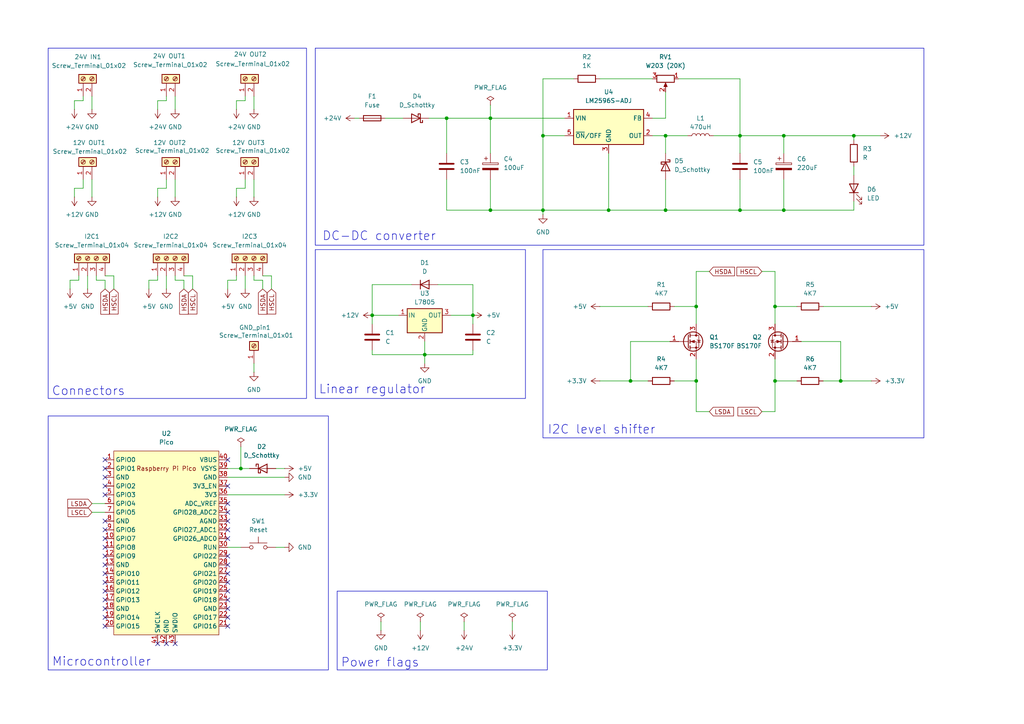
<source format=kicad_sch>
(kicad_sch (version 20231120) (generator "eeschema") (generator_version "8.0")
  (paper "A4")
  (lib_symbols
    (symbol "Connector:Screw_Terminal_01x01" (pin_names (offset 1.016) hide)
      (property "Reference" "J" (at 0 2.54 0))
      (property "Value" "Screw_Terminal_01x01" (at 0 -2.54 0))
      (symbol "Screw_Terminal_01x01_1_1"
        (rectangle (start -1.27 1.27) (end 1.27 -1.27) (stroke (width 0.254)) (fill (type background)))
        (polyline (pts (xy -0.5334 0.3302) (xy 0.3302 -0.508)) (stroke (width 0.1524)))
        (polyline (pts (xy -0.3556 0.508) (xy 0.508 -0.3302)) (stroke (width 0.1524)))
        (circle (center 0 0) (radius 0.635) (stroke (width 0.1524)))
        (pin passive line (at -5.08 0 0) (length 3.81) (name "Pin_1") (number "1"))
      )
    )
    (symbol "Connector:Screw_Terminal_01x02" (pin_names (offset 1.016) hide)
      (property "Reference" "J" (at 0 2.54 0))
      (property "Value" "Screw_Terminal_01x02" (at 0 -5.08 0))
      (symbol "Screw_Terminal_01x02_1_1"
        (rectangle (start -1.27 1.27) (end 1.27 -3.81) (stroke (width 0.254)) (fill (type background)))
        (circle (center 0 -2.54) (radius 0.635) (stroke (width 0.1524)))
        (polyline (pts (xy -0.5334 -2.2098) (xy 0.3302 -3.048)) (stroke (width 0.1524)))
        (polyline (pts (xy -0.5334 0.3302) (xy 0.3302 -0.508)) (stroke (width 0.1524)))
        (polyline (pts (xy -0.3556 -2.032) (xy 0.508 -2.8702)) (stroke (width 0.1524)))
        (polyline (pts (xy -0.3556 0.508) (xy 0.508 -0.3302)) (stroke (width 0.1524)))
        (circle (center 0 0) (radius 0.635) (stroke (width 0.1524)))
        (pin passive line (at -5.08 0 0) (length 3.81) (name "Pin_1") (number "1"))
        (pin passive line (at -5.08 -2.54 0) (length 3.81) (name "Pin_2") (number "2"))
      )
    )
    (symbol "Connector:Screw_Terminal_01x04" (pin_names (offset 1.016) hide)
      (property "Reference" "J" (at 0 5.08 0))
      (property "Value" "Screw_Terminal_01x04" (at 0 -7.62 0))
      (symbol "Screw_Terminal_01x04_1_1"
        (rectangle (start -1.27 3.81) (end 1.27 -6.35) (stroke (width 0.254)) (fill (type background)))
        (circle (center 0 -5.08) (radius 0.635) (stroke (width 0.1524)))
        (circle (center 0 -2.54) (radius 0.635) (stroke (width 0.1524)))
        (polyline (pts (xy -0.5334 -4.7498) (xy 0.3302 -5.588)) (stroke (width 0.1524)))
        (polyline (pts (xy -0.5334 -2.2098) (xy 0.3302 -3.048)) (stroke (width 0.1524)))
        (polyline (pts (xy -0.5334 0.3302) (xy 0.3302 -0.508)) (stroke (width 0.1524)))
        (polyline (pts (xy -0.5334 2.8702) (xy 0.3302 2.032)) (stroke (width 0.1524)))
        (polyline (pts (xy -0.3556 -4.572) (xy 0.508 -5.4102)) (stroke (width 0.1524)))
        (polyline (pts (xy -0.3556 -2.032) (xy 0.508 -2.8702)) (stroke (width 0.1524)))
        (polyline (pts (xy -0.3556 0.508) (xy 0.508 -0.3302)) (stroke (width 0.1524)))
        (polyline (pts (xy -0.3556 3.048) (xy 0.508 2.2098)) (stroke (width 0.1524)))
        (circle (center 0 0) (radius 0.635) (stroke (width 0.1524)))
        (circle (center 0 2.54) (radius 0.635) (stroke (width 0.1524)))
        (pin passive line (at -5.08 2.54 0) (length 3.81) (name "Pin_1") (number "1"))
        (pin passive line (at -5.08 0 0) (length 3.81) (name "Pin_2") (number "2"))
        (pin passive line (at -5.08 -2.54 0) (length 3.81) (name "Pin_3") (number "3"))
        (pin passive line (at -5.08 -5.08 0) (length 3.81) (name "Pin_4") (number "4"))
      )
    )
    (symbol "Device:C" (pin_numbers hide) (pin_names (offset 0.254))
      (property "Reference" "C" (at 0.635 2.54 0))
      (property "Value" "C" (at 0.635 -2.54 0))
      (symbol "C_0_1"
        (polyline (pts (xy -2.032 -0.762) (xy 2.032 -0.762)) (stroke (width 0.508)))
        (polyline (pts (xy -2.032 0.762) (xy 2.032 0.762)) (stroke (width 0.508)))
      )
      (symbol "C_1_1"
        (pin passive line (at 0 3.81 270) (length 2.794) (name "~") (number "1"))
        (pin passive line (at 0 -3.81 90) (length 2.794) (name "~") (number "2"))
      )
    )
    (symbol "Device:C_Polarized" (pin_numbers hide) (pin_names (offset 0.254))
      (property "Reference" "C" (at 0.635 2.54 0))
      (property "Value" "C_Polarized" (at 0.635 -2.54 0))
      (symbol "C_Polarized_0_1"
        (rectangle (start -2.286 0.508) (end 2.286 1.016))
        (polyline (pts (xy -1.778 2.286) (xy -0.762 2.286)))
        (polyline (pts (xy -1.27 2.794) (xy -1.27 1.778)))
        (rectangle (start 2.286 -0.508) (end -2.286 -1.016) (fill (type outline)))
      )
      (symbol "C_Polarized_1_1"
        (pin passive line (at 0 3.81 270) (length 2.794) (name "~") (number "1"))
        (pin passive line (at 0 -3.81 90) (length 2.794) (name "~") (number "2"))
      )
    )
    (symbol "Device:D" (pin_numbers hide) (pin_names (offset 1.016) hide)
      (property "Reference" "D" (at 0 2.54 0))
      (property "Value" "D" (at 0 -2.54 0))
      (symbol "D_0_1"
        (polyline (pts (xy -1.27 1.27) (xy -1.27 -1.27)) (stroke (width 0.254)))
        (polyline (pts (xy 1.27 0) (xy -1.27 0)))
        (polyline (pts (xy 1.27 1.27) (xy 1.27 -1.27) (xy -1.27 0) (xy 1.27 1.27)) (stroke (width 0.254)))
      )
      (symbol "D_1_1"
        (pin passive line (at -3.81 0 0) (length 2.54) (name "K") (number "1"))
        (pin passive line (at 3.81 0 180) (length 2.54) (name "A") (number "2"))
      )
    )
    (symbol "Device:D_Schottky" (pin_numbers hide) (pin_names (offset 1.016) hide)
      (property "Reference" "D" (at 0 2.54 0))
      (property "Value" "D_Schottky" (at 0 -2.54 0))
      (symbol "D_Schottky_0_1"
        (polyline (pts (xy 1.27 0) (xy -1.27 0)))
        (polyline (pts (xy 1.27 1.27) (xy 1.27 -1.27) (xy -1.27 0) (xy 1.27 1.27)) (stroke (width 0.254)))
        (polyline (pts (xy -1.905 0.635) (xy -1.905 1.27) (xy -1.27 1.27) (xy -1.27 -1.27) (xy -0.635 -1.27) (xy -0.635 -0.635)) (stroke (width 0.254)))
      )
      (symbol "D_Schottky_1_1"
        (pin passive line (at -3.81 0 0) (length 2.54) (name "K") (number "1"))
        (pin passive line (at 3.81 0 180) (length 2.54) (name "A") (number "2"))
      )
    )
    (symbol "Device:Fuse" (pin_numbers hide) (pin_names (offset 0))
      (property "Reference" "F" (at 2.032 0 90))
      (property "Value" "Fuse" (at -1.905 0 90))
      (symbol "Fuse_0_1"
        (rectangle (start -0.762 -2.54) (end 0.762 2.54) (stroke (width 0.254)))
        (polyline (pts (xy 0 2.54) (xy 0 -2.54)))
      )
      (symbol "Fuse_1_1"
        (pin passive line (at 0 3.81 270) (length 1.27) (name "~") (number "1"))
        (pin passive line (at 0 -3.81 90) (length 1.27) (name "~") (number "2"))
      )
    )
    (symbol "Device:L" (pin_numbers hide) (pin_names (offset 1.016) hide)
      (property "Reference" "L" (at -1.27 0 90))
      (property "Value" "L" (at 1.905 0 90))
      (symbol "L_0_1"
        (arc (start 0 -2.54) (mid 0.6323 -1.905) (end 0 -1.27))
        (arc (start 0 -1.27) (mid 0.6323 -0.635) (end 0 0))
        (arc (start 0 0) (mid 0.6323 0.635) (end 0 1.27))
        (arc (start 0 1.27) (mid 0.6323 1.905) (end 0 2.54))
      )
      (symbol "L_1_1"
        (pin passive line (at 0 3.81 270) (length 1.27) (name "1") (number "1"))
        (pin passive line (at 0 -3.81 90) (length 1.27) (name "2") (number "2"))
      )
    )
    (symbol "Device:LED" (pin_numbers hide) (pin_names (offset 1.016) hide)
      (property "Reference" "D" (at 0 2.54 0))
      (property "Value" "LED" (at 0 -2.54 0))
      (symbol "LED_0_1"
        (polyline (pts (xy -1.27 -1.27) (xy -1.27 1.27)) (stroke (width 0.254)))
        (polyline (pts (xy -1.27 0) (xy 1.27 0)))
        (polyline (pts (xy 1.27 -1.27) (xy 1.27 1.27) (xy -1.27 0) (xy 1.27 -1.27)) (stroke (width 0.254)))
        (polyline (pts (xy -3.048 -0.762) (xy -4.572 -2.286) (xy -3.81 -2.286) (xy -4.572 -2.286) (xy -4.572 -1.524)))
        (polyline (pts (xy -1.778 -0.762) (xy -3.302 -2.286) (xy -2.54 -2.286) (xy -3.302 -2.286) (xy -3.302 -1.524)))
      )
      (symbol "LED_1_1"
        (pin passive line (at -3.81 0 0) (length 2.54) (name "K") (number "1"))
        (pin passive line (at 3.81 0 180) (length 2.54) (name "A") (number "2"))
      )
    )
    (symbol "Device:R" (pin_numbers hide) (pin_names (offset 0))
      (property "Reference" "R" (at 2.032 0 90))
      (property "Value" "R" (at 0 0 90))
      (symbol "R_0_1"
        (rectangle (start -1.016 -2.54) (end 1.016 2.54) (stroke (width 0.254)))
      )
      (symbol "R_1_1"
        (pin passive line (at 0 3.81 270) (length 1.27) (name "~") (number "1"))
        (pin passive line (at 0 -3.81 90) (length 1.27) (name "~") (number "2"))
      )
    )
    (symbol "Device:R_Potentiometer" (pin_names (offset 1.016) hide)
      (property "Reference" "RV" (at -4.445 0 90))
      (property "Value" "R_Potentiometer" (at -2.54 0 90))
      (symbol "R_Potentiometer_0_1"
        (polyline (pts (xy 2.54 0) (xy 1.524 0)))
        (polyline (pts (xy 1.143 0) (xy 2.286 0.508) (xy 2.286 -0.508) (xy 1.143 0)) (fill (type outline)))
        (rectangle (start 1.016 2.54) (end -1.016 -2.54) (stroke (width 0.254)))
      )
      (symbol "R_Potentiometer_1_1"
        (pin passive line (at 0 3.81 270) (length 1.27) (name "1") (number "1"))
        (pin passive line (at 3.81 0 180) (length 1.27) (name "2") (number "2"))
        (pin passive line (at 0 -3.81 90) (length 1.27) (name "3") (number "3"))
      )
    )
    (symbol "MCU_RaspberryPi_and_Boards:Pico"
      (property "Reference" "U" (at -13.97 27.94 0))
      (property "Value" "Pico" (at 0 19.05 0))
      (symbol "Pico_0_0"
        (text "Raspberry Pi Pico" (at 0 21.59 0) (effects (font (size 1.27 1.27))))
      )
      (symbol "Pico_0_1"
        (rectangle (start -15.24 26.67) (end 15.24 -26.67) (fill (type background)))
      )
      (symbol "Pico_1_1"
        (pin bidirectional line (at -17.78 24.13 0) (length 2.54) (name "GPIO0") (number "1"))
        (pin bidirectional line (at -17.78 1.27 0) (length 2.54) (name "GPIO7") (number "10"))
        (pin bidirectional line (at -17.78 -1.27 0) (length 2.54) (name "GPIO8") (number "11"))
        (pin bidirectional line (at -17.78 -3.81 0) (length 2.54) (name "GPIO9") (number "12"))
        (pin power_in line (at -17.78 -6.35 0) (length 2.54) (name "GND") (number "13"))
        (pin bidirectional line (at -17.78 -8.89 0) (length 2.54) (name "GPIO10") (number "14"))
        (pin bidirectional line (at -17.78 -11.43 0) (length 2.54) (name "GPIO11") (number "15"))
        (pin bidirectional line (at -17.78 -13.97 0) (length 2.54) (name "GPIO12") (number "16"))
        (pin bidirectional line (at -17.78 -16.51 0) (length 2.54) (name "GPIO13") (number "17"))
        (pin power_in line (at -17.78 -19.05 0) (length 2.54) (name "GND") (number "18"))
        (pin bidirectional line (at -17.78 -21.59 0) (length 2.54) (name "GPIO14") (number "19"))
        (pin bidirectional line (at -17.78 21.59 0) (length 2.54) (name "GPIO1") (number "2"))
        (pin bidirectional line (at -17.78 -24.13 0) (length 2.54) (name "GPIO15") (number "20"))
        (pin bidirectional line (at 17.78 -24.13 180) (length 2.54) (name "GPIO16") (number "21"))
        (pin bidirectional line (at 17.78 -21.59 180) (length 2.54) (name "GPIO17") (number "22"))
        (pin power_in line (at 17.78 -19.05 180) (length 2.54) (name "GND") (number "23"))
        (pin bidirectional line (at 17.78 -16.51 180) (length 2.54) (name "GPIO18") (number "24"))
        (pin bidirectional line (at 17.78 -13.97 180) (length 2.54) (name "GPIO19") (number "25"))
        (pin bidirectional line (at 17.78 -11.43 180) (length 2.54) (name "GPIO20") (number "26"))
        (pin bidirectional line (at 17.78 -8.89 180) (length 2.54) (name "GPIO21") (number "27"))
        (pin power_in line (at 17.78 -6.35 180) (length 2.54) (name "GND") (number "28"))
        (pin bidirectional line (at 17.78 -3.81 180) (length 2.54) (name "GPIO22") (number "29"))
        (pin power_in line (at -17.78 19.05 0) (length 2.54) (name "GND") (number "3"))
        (pin input line (at 17.78 -1.27 180) (length 2.54) (name "RUN") (number "30"))
        (pin bidirectional line (at 17.78 1.27 180) (length 2.54) (name "GPIO26_ADC0") (number "31"))
        (pin bidirectional line (at 17.78 3.81 180) (length 2.54) (name "GPIO27_ADC1") (number "32"))
        (pin power_in line (at 17.78 6.35 180) (length 2.54) (name "AGND") (number "33"))
        (pin bidirectional line (at 17.78 8.89 180) (length 2.54) (name "GPIO28_ADC2") (number "34"))
        (pin power_in line (at 17.78 11.43 180) (length 2.54) (name "ADC_VREF") (number "35"))
        (pin power_in line (at 17.78 13.97 180) (length 2.54) (name "3V3") (number "36"))
        (pin input line (at 17.78 16.51 180) (length 2.54) (name "3V3_EN") (number "37"))
        (pin bidirectional line (at 17.78 19.05 180) (length 2.54) (name "GND") (number "38"))
        (pin power_in line (at 17.78 21.59 180) (length 2.54) (name "VSYS") (number "39"))
        (pin bidirectional line (at -17.78 16.51 0) (length 2.54) (name "GPIO2") (number "4"))
        (pin power_in line (at 17.78 24.13 180) (length 2.54) (name "VBUS") (number "40"))
        (pin input line (at -2.54 -29.21 90) (length 2.54) (name "SWCLK") (number "41"))
        (pin power_in line (at 0 -29.21 90) (length 2.54) (name "GND") (number "42"))
        (pin bidirectional line (at 2.54 -29.21 90) (length 2.54) (name "SWDIO") (number "43"))
        (pin bidirectional line (at -17.78 13.97 0) (length 2.54) (name "GPIO3") (number "5"))
        (pin bidirectional line (at -17.78 11.43 0) (length 2.54) (name "GPIO4") (number "6"))
        (pin bidirectional line (at -17.78 8.89 0) (length 2.54) (name "GPIO5") (number "7"))
        (pin power_in line (at -17.78 6.35 0) (length 2.54) (name "GND") (number "8"))
        (pin bidirectional line (at -17.78 3.81 0) (length 2.54) (name "GPIO6") (number "9"))
      )
    )
    (symbol "Regulator_Linear:L7805" (pin_names (offset 0.254))
      (property "Reference" "U" (at -3.81 3.175 0))
      (property "Value" "L7805" (at 0 3.175 0))
      (symbol "L7805_0_1"
        (rectangle (start -5.08 1.905) (end 5.08 -5.08) (stroke (width 0.254)) (fill (type background)))
      )
      (symbol "L7805_1_1"
        (pin power_in line (at -7.62 0 0) (length 2.54) (name "IN") (number "1"))
        (pin power_in line (at 0 -7.62 90) (length 2.54) (name "GND") (number "2"))
        (pin power_out line (at 7.62 0 180) (length 2.54) (name "OUT") (number "3"))
      )
    )
    (symbol "Regulator_Switching:LM2596S-ADJ"
      (property "Reference" "U" (at -10.16 6.35 0))
      (property "Value" "LM2596S-ADJ" (at 0 6.35 0))
      (symbol "LM2596S-ADJ_0_1"
        (rectangle (start -10.16 5.08) (end 10.16 -5.08) (stroke (width 0.254)) (fill (type background)))
      )
      (symbol "LM2596S-ADJ_1_1"
        (pin power_in line (at -12.7 2.54 0) (length 2.54) (name "VIN") (number "1"))
        (pin output line (at 12.7 -2.54 180) (length 2.54) (name "OUT") (number "2"))
        (pin power_in line (at 0 -7.62 90) (length 2.54) (name "GND") (number "3"))
        (pin input line (at 12.7 2.54 180) (length 2.54) (name "FB") (number "4"))
        (pin input line (at -12.7 -2.54 0) (length 2.54) (name "~{ON}/OFF") (number "5"))
      )
    )
    (symbol "Switch:SW_Push" (pin_numbers hide) (pin_names (offset 1.016) hide)
      (property "Reference" "SW" (at 1.27 2.54 0))
      (property "Value" "SW_Push" (at 0 -1.524 0))
      (symbol "SW_Push_0_1"
        (circle (center -2.032 0) (radius 0.508))
        (polyline (pts (xy 0 1.27) (xy 0 3.048)))
        (polyline (pts (xy 2.54 1.27) (xy -2.54 1.27)))
        (circle (center 2.032 0) (radius 0.508))
        (pin passive line (at -5.08 0 0) (length 2.54) (name "1") (number "1"))
        (pin passive line (at 5.08 0 180) (length 2.54) (name "2") (number "2"))
      )
    )
    (symbol "Transistor_FET:BS170F" (pin_names hide)
      (property "Reference" "Q" (at 5.08 1.905 0))
      (property "Value" "BS170F" (at 5.08 0 0))
      (symbol "BS170F_0_1"
        (polyline (pts (xy 0.254 0) (xy -2.54 0)))
        (polyline (pts (xy 0.254 1.905) (xy 0.254 -1.905)) (stroke (width 0.254)))
        (polyline (pts (xy 0.762 -1.27) (xy 0.762 -2.286)) (stroke (width 0.254)))
        (polyline (pts (xy 0.762 0.508) (xy 0.762 -0.508)) (stroke (width 0.254)))
        (polyline (pts (xy 0.762 2.286) (xy 0.762 1.27)) (stroke (width 0.254)))
        (polyline (pts (xy 2.54 2.54) (xy 2.54 1.778)))
        (polyline (pts (xy 2.54 -2.54) (xy 2.54 0) (xy 0.762 0)))
        (polyline (pts (xy 0.762 -1.778) (xy 3.302 -1.778) (xy 3.302 1.778) (xy 0.762 1.778)))
        (polyline (pts (xy 1.016 0) (xy 2.032 0.381) (xy 2.032 -0.381) (xy 1.016 0)) (fill (type outline)))
        (polyline (pts (xy 2.794 0.508) (xy 2.921 0.381) (xy 3.683 0.381) (xy 3.81 0.254)))
        (polyline (pts (xy 3.302 0.381) (xy 2.921 -0.254) (xy 3.683 -0.254) (xy 3.302 0.381)))
        (circle (center 1.651 0) (radius 2.794) (stroke (width 0.254)))
        (circle (center 2.54 -1.778) (radius 0.254) (fill (type outline)))
        (circle (center 2.54 1.778) (radius 0.254) (fill (type outline)))
      )
      (symbol "BS170F_1_1"
        (pin input line (at -5.08 0 0) (length 2.54) (name "G") (number "1"))
        (pin passive line (at 2.54 -5.08 90) (length 2.54) (name "S") (number "2"))
        (pin passive line (at 2.54 5.08 270) (length 2.54) (name "D") (number "3"))
      )
    )
    (symbol "power:+12V" (power) (pin_numbers hide) (pin_names (offset 0) hide)
      (property "Value" "+12V" (at 0 3.556 0))
      (symbol "+12V_0_1"
        (polyline (pts (xy -0.762 1.27) (xy 0 2.54)))
        (polyline (pts (xy 0 0) (xy 0 2.54)))
        (polyline (pts (xy 0 2.54) (xy 0.762 1.27)))
      )
      (symbol "+12V_1_1"
        (pin power_in line (at 0 0 90) (length 0) (name "~") (number "1"))
      )
    )
    (symbol "power:+24V" (power) (pin_numbers hide) (pin_names (offset 0) hide)
      (property "Value" "+24V" (at 0 3.556 0))
      (symbol "+24V_0_1"
        (polyline (pts (xy -0.762 1.27) (xy 0 2.54)))
        (polyline (pts (xy 0 0) (xy 0 2.54)))
        (polyline (pts (xy 0 2.54) (xy 0.762 1.27)))
      )
      (symbol "+24V_1_1"
        (pin power_in line (at 0 0 90) (length 0) (name "~") (number "1"))
      )
    )
    (symbol "power:+3.3V" (power) (pin_numbers hide) (pin_names (offset 0) hide)
      (property "Value" "+3.3V" (at 0 3.556 0))
      (symbol "+3.3V_0_1"
        (polyline (pts (xy -0.762 1.27) (xy 0 2.54)))
        (polyline (pts (xy 0 0) (xy 0 2.54)))
        (polyline (pts (xy 0 2.54) (xy 0.762 1.27)))
      )
      (symbol "+3.3V_1_1"
        (pin power_in line (at 0 0 90) (length 0) (name "~") (number "1"))
      )
    )
    (symbol "power:+5V" (power) (pin_numbers hide) (pin_names (offset 0) hide)
      (property "Value" "+5V" (at 0 3.556 0))
      (symbol "+5V_0_1"
        (polyline (pts (xy -0.762 1.27) (xy 0 2.54)))
        (polyline (pts (xy 0 0) (xy 0 2.54)))
        (polyline (pts (xy 0 2.54) (xy 0.762 1.27)))
      )
      (symbol "+5V_1_1"
        (pin power_in line (at 0 0 90) (length 0) (name "~") (number "1"))
      )
    )
    (symbol "power:GND" (power) (pin_numbers hide) (pin_names (offset 0) hide)
      (property "Value" "GND" (at 0 -3.81 0))
      (symbol "GND_0_1"
        (polyline (pts (xy 0 0) (xy 0 -1.27) (xy 1.27 -1.27) (xy 0 -2.54) (xy -1.27 -1.27) (xy 0 -1.27)))
      )
      (symbol "GND_1_1"
        (pin power_in line (at 0 0 270) (length 0) (name "~") (number "1"))
      )
    )
    (symbol "power:PWR_FLAG" (power) (pin_numbers hide) (pin_names (offset 0) hide)
      (property "Value" "PWR_FLAG" (at 0 3.81 0))
      (symbol "PWR_FLAG_0_0"
        (pin power_out line (at 0 0 90) (length 0) (name "~") (number "1"))
      )
      (symbol "PWR_FLAG_0_1"
        (polyline (pts (xy 0 0) (xy 0 1.27) (xy -1.016 1.905) (xy 0 2.54) (xy 1.016 1.905) (xy 0 1.27)))
      )
    )
  )
  (junction (at 227.33 39.37))
  (junction (at 142.24 34.29))
  (junction (at 224.79 88.9))
  (junction (at 142.24 60.96))
  (junction (at 182.88 110.49))
  (junction (at 193.04 39.37))
  (junction (at 247.65 39.37))
  (junction (at 137.16 91.44))
  (junction (at 176.53 60.96))
  (junction (at 69.85 135.89))
  (junction (at 129.54 34.29))
  (junction (at 107.95 91.44))
  (junction (at 243.84 110.49))
  (junction (at 193.04 60.96))
  (junction (at 157.48 39.37))
  (junction (at 224.79 110.49))
  (junction (at 214.63 60.96))
  (junction (at 227.33 60.96))
  (junction (at 123.19 102.87))
  (junction (at 214.63 39.37))
  (junction (at 157.48 60.96))
  (junction (at 201.93 88.9))
  (junction (at 201.93 110.49))
  (no_connect (at 66.04 146.05))
  (no_connect (at 66.04 176.53))
  (no_connect (at 66.04 156.21))
  (no_connect (at 30.48 158.75))
  (no_connect (at 66.04 151.13))
  (no_connect (at 30.48 161.29))
  (no_connect (at 48.26 186.69))
  (no_connect (at 30.48 138.43))
  (no_connect (at 66.04 133.35))
  (no_connect (at 66.04 168.91))
  (no_connect (at 30.48 135.89))
  (no_connect (at 66.04 171.45))
  (no_connect (at 45.72 186.69))
  (no_connect (at 66.04 148.59))
  (no_connect (at 30.48 151.13))
  (no_connect (at 30.48 173.99))
  (no_connect (at 66.04 166.37))
  (no_connect (at 66.04 163.83))
  (no_connect (at 30.48 168.91))
  (no_connect (at 66.04 153.67))
  (no_connect (at 66.04 140.97))
  (no_connect (at 30.48 179.07))
  (no_connect (at 30.48 140.97))
  (no_connect (at 30.48 163.83))
  (no_connect (at 30.48 171.45))
  (no_connect (at 30.48 143.51))
  (no_connect (at 30.48 156.21))
  (no_connect (at 66.04 161.29))
  (no_connect (at 66.04 179.07))
  (no_connect (at 66.04 181.61))
  (no_connect (at 30.48 176.53))
  (no_connect (at 30.48 166.37))
  (no_connect (at 30.48 153.67))
  (no_connect (at 66.04 173.99))
  (no_connect (at 30.48 133.35))
  (no_connect (at 30.48 181.61))
  (no_connect (at 50.8 186.69))
  (wire (pts (xy 68.58 81.28) (xy 68.58 80.01)))
  (wire (pts (xy 166.37 22.86) (xy 157.48 22.86)))
  (wire (pts (xy 195.58 88.9) (xy 201.93 88.9)))
  (wire (pts (xy 119.38 82.55) (xy 107.95 82.55)))
  (wire (pts (xy 157.48 22.86) (xy 157.48 39.37)))
  (wire (pts (xy 173.99 110.49) (xy 182.88 110.49)))
  (wire (pts (xy 214.63 22.86) (xy 214.63 39.37)))
  (wire (pts (xy 214.63 39.37) (xy 207.01 39.37)))
  (wire (pts (xy 224.79 88.9) (xy 224.79 93.98)))
  (wire (pts (xy 26.67 52.07) (xy 26.67 57.15)))
  (wire (pts (xy 247.65 39.37) (xy 255.27 39.37)))
  (wire (pts (xy 142.24 30.48) (xy 142.24 34.29)))
  (wire (pts (xy 247.65 58.42) (xy 247.65 60.96)))
  (wire (pts (xy 48.26 54.61) (xy 48.26 52.07)))
  (wire (pts (xy 20.32 81.28) (xy 22.86 81.28)))
  (wire (pts (xy 45.72 81.28) (xy 45.72 80.01)))
  (wire (pts (xy 193.04 39.37) (xy 193.04 44.45)))
  (wire (pts (xy 130.81 91.44) (xy 137.16 91.44)))
  (wire (pts (xy 71.12 83.82) (xy 71.12 80.01)))
  (wire (pts (xy 110.49 180.34) (xy 110.49 182.88)))
  (wire (pts (xy 157.48 39.37) (xy 157.48 60.96)))
  (wire (pts (xy 224.79 104.14) (xy 224.79 110.49)))
  (wire (pts (xy 66.04 81.28) (xy 66.04 83.82)))
  (wire (pts (xy 53.34 81.28) (xy 50.8 81.28)))
  (wire (pts (xy 205.74 78.74) (xy 201.93 78.74)))
  (wire (pts (xy 73.66 81.28) (xy 73.66 80.01)))
  (wire (pts (xy 123.19 105.41) (xy 123.19 102.87)))
  (wire (pts (xy 231.14 110.49) (xy 224.79 110.49)))
  (wire (pts (xy 201.93 119.38) (xy 201.93 110.49)))
  (wire (pts (xy 231.14 88.9) (xy 224.79 88.9)))
  (wire (pts (xy 33.02 80.01) (xy 33.02 83.82)))
  (wire (pts (xy 220.98 119.38) (xy 224.79 119.38)))
  (wire (pts (xy 21.59 54.61) (xy 24.13 54.61)))
  (wire (pts (xy 22.86 81.28) (xy 22.86 80.01)))
  (wire (pts (xy 50.8 52.07) (xy 50.8 57.15)))
  (wire (pts (xy 53.34 81.28) (xy 53.34 83.82)))
  (wire (pts (xy 68.58 29.21) (xy 71.12 29.21)))
  (wire (pts (xy 227.33 39.37) (xy 227.33 44.45)))
  (wire (pts (xy 50.8 27.94) (xy 50.8 31.75)))
  (wire (pts (xy 243.84 110.49) (xy 238.76 110.49)))
  (wire (pts (xy 27.94 81.28) (xy 27.94 80.01)))
  (wire (pts (xy 193.04 52.07) (xy 193.04 60.96)))
  (wire (pts (xy 232.41 99.06) (xy 243.84 99.06)))
  (wire (pts (xy 214.63 44.45) (xy 214.63 39.37)))
  (wire (pts (xy 137.16 91.44) (xy 137.16 82.55)))
  (wire (pts (xy 30.48 81.28) (xy 27.94 81.28)))
  (wire (pts (xy 66.04 135.89) (xy 69.85 135.89)))
  (wire (pts (xy 205.74 119.38) (xy 201.93 119.38)))
  (wire (pts (xy 252.73 110.49) (xy 243.84 110.49)))
  (wire (pts (xy 129.54 34.29) (xy 142.24 34.29)))
  (wire (pts (xy 73.66 27.94) (xy 73.66 31.75)))
  (wire (pts (xy 176.53 60.96) (xy 157.48 60.96)))
  (wire (pts (xy 214.63 39.37) (xy 227.33 39.37)))
  (wire (pts (xy 69.85 129.54) (xy 69.85 135.89)))
  (wire (pts (xy 20.32 81.28) (xy 20.32 83.82)))
  (wire (pts (xy 80.01 135.89) (xy 82.55 135.89)))
  (wire (pts (xy 173.99 88.9) (xy 187.96 88.9)))
  (wire (pts (xy 26.67 146.05) (xy 30.48 146.05)))
  (wire (pts (xy 45.72 29.21) (xy 45.72 31.75)))
  (wire (pts (xy 68.58 57.15) (xy 68.58 54.61)))
  (wire (pts (xy 201.93 104.14) (xy 201.93 110.49)))
  (wire (pts (xy 157.48 60.96) (xy 157.48 62.23)))
  (wire (pts (xy 137.16 82.55) (xy 127 82.55)))
  (wire (pts (xy 26.67 27.94) (xy 26.67 31.75)))
  (wire (pts (xy 220.98 78.74) (xy 224.79 78.74)))
  (wire (pts (xy 50.8 81.28) (xy 50.8 80.01)))
  (wire (pts (xy 43.18 81.28) (xy 43.18 83.82)))
  (wire (pts (xy 107.95 102.87) (xy 107.95 101.6)))
  (wire (pts (xy 55.88 80.01) (xy 53.34 80.01)))
  (wire (pts (xy 24.13 29.21) (xy 21.59 29.21)))
  (wire (pts (xy 227.33 60.96) (xy 247.65 60.96)))
  (wire (pts (xy 142.24 60.96) (xy 157.48 60.96)))
  (wire (pts (xy 68.58 29.21) (xy 68.58 31.75)))
  (wire (pts (xy 123.19 102.87) (xy 137.16 102.87)))
  (wire (pts (xy 33.02 80.01) (xy 30.48 80.01)))
  (wire (pts (xy 157.48 39.37) (xy 163.83 39.37)))
  (wire (pts (xy 48.26 27.94) (xy 48.26 29.21)))
  (wire (pts (xy 71.12 29.21) (xy 71.12 27.94)))
  (wire (pts (xy 78.74 80.01) (xy 78.74 83.82)))
  (wire (pts (xy 193.04 39.37) (xy 199.39 39.37)))
  (wire (pts (xy 78.74 80.01) (xy 76.2 80.01)))
  (wire (pts (xy 107.95 82.55) (xy 107.95 91.44)))
  (wire (pts (xy 121.92 180.34) (xy 121.92 182.88)))
  (wire (pts (xy 102.87 34.29) (xy 104.14 34.29)))
  (wire (pts (xy 193.04 60.96) (xy 214.63 60.96)))
  (wire (pts (xy 115.57 91.44) (xy 107.95 91.44)))
  (wire (pts (xy 224.79 119.38) (xy 224.79 110.49)))
  (wire (pts (xy 48.26 83.82) (xy 48.26 80.01)))
  (wire (pts (xy 123.19 99.06) (xy 123.19 102.87)))
  (wire (pts (xy 227.33 52.07) (xy 227.33 60.96)))
  (wire (pts (xy 193.04 34.29) (xy 189.23 34.29)))
  (wire (pts (xy 142.24 34.29) (xy 142.24 44.45)))
  (wire (pts (xy 148.59 180.34) (xy 148.59 182.88)))
  (wire (pts (xy 21.59 57.15) (xy 21.59 54.61)))
  (wire (pts (xy 129.54 60.96) (xy 142.24 60.96)))
  (wire (pts (xy 173.99 22.86) (xy 189.23 22.86)))
  (wire (pts (xy 76.2 81.28) (xy 76.2 83.82)))
  (wire (pts (xy 224.79 78.74) (xy 224.79 88.9)))
  (wire (pts (xy 71.12 54.61) (xy 71.12 52.07)))
  (wire (pts (xy 73.66 52.07) (xy 73.66 57.15)))
  (wire (pts (xy 26.67 148.59) (xy 30.48 148.59)))
  (wire (pts (xy 142.24 52.07) (xy 142.24 60.96)))
  (wire (pts (xy 201.93 88.9) (xy 201.93 93.98)))
  (wire (pts (xy 193.04 26.67) (xy 193.04 34.29)))
  (wire (pts (xy 137.16 102.87) (xy 137.16 101.6)))
  (wire (pts (xy 214.63 60.96) (xy 227.33 60.96)))
  (wire (pts (xy 76.2 81.28) (xy 73.66 81.28)))
  (wire (pts (xy 247.65 40.64) (xy 247.65 39.37)))
  (wire (pts (xy 111.76 34.29) (xy 116.84 34.29)))
  (wire (pts (xy 176.53 60.96) (xy 193.04 60.96)))
  (wire (pts (xy 69.85 158.75) (xy 66.04 158.75)))
  (wire (pts (xy 129.54 34.29) (xy 129.54 44.45)))
  (wire (pts (xy 43.18 81.28) (xy 45.72 81.28)))
  (wire (pts (xy 124.46 34.29) (xy 129.54 34.29)))
  (wire (pts (xy 189.23 39.37) (xy 193.04 39.37)))
  (wire (pts (xy 45.72 54.61) (xy 48.26 54.61)))
  (wire (pts (xy 252.73 88.9) (xy 238.76 88.9)))
  (wire (pts (xy 24.13 27.94) (xy 24.13 29.21)))
  (wire (pts (xy 21.59 29.21) (xy 21.59 31.75)))
  (wire (pts (xy 176.53 44.45) (xy 176.53 60.96)))
  (wire (pts (xy 227.33 39.37) (xy 247.65 39.37)))
  (wire (pts (xy 196.85 22.86) (xy 214.63 22.86)))
  (wire (pts (xy 247.65 48.26) (xy 247.65 50.8)))
  (wire (pts (xy 107.95 102.87) (xy 123.19 102.87)))
  (wire (pts (xy 134.62 182.88) (xy 134.62 180.34)))
  (wire (pts (xy 30.48 81.28) (xy 30.48 83.82)))
  (wire (pts (xy 55.88 80.01) (xy 55.88 83.82)))
  (wire (pts (xy 182.88 99.06) (xy 182.88 110.49)))
  (wire (pts (xy 45.72 57.15) (xy 45.72 54.61)))
  (wire (pts (xy 194.31 99.06) (xy 182.88 99.06)))
  (wire (pts (xy 201.93 78.74) (xy 201.93 88.9)))
  (wire (pts (xy 24.13 54.61) (xy 24.13 52.07)))
  (wire (pts (xy 73.66 105.41) (xy 73.66 107.95)))
  (wire (pts (xy 66.04 81.28) (xy 68.58 81.28)))
  (wire (pts (xy 48.26 29.21) (xy 45.72 29.21)))
  (wire (pts (xy 107.95 91.44) (xy 107.95 93.98)))
  (wire (pts (xy 25.4 83.82) (xy 25.4 80.01)))
  (wire (pts (xy 214.63 52.07) (xy 214.63 60.96)))
  (wire (pts (xy 66.04 138.43) (xy 82.55 138.43)))
  (wire (pts (xy 243.84 99.06) (xy 243.84 110.49)))
  (wire (pts (xy 69.85 135.89) (xy 72.39 135.89)))
  (wire (pts (xy 66.04 143.51) (xy 82.55 143.51)))
  (wire (pts (xy 142.24 34.29) (xy 163.83 34.29)))
  (wire (pts (xy 195.58 110.49) (xy 201.93 110.49)))
  (wire (pts (xy 80.01 158.75) (xy 82.55 158.75)))
  (wire (pts (xy 129.54 52.07) (xy 129.54 60.96)))
  (wire (pts (xy 68.58 54.61) (xy 71.12 54.61)))
  (wire (pts (xy 182.88 110.49) (xy 187.96 110.49)))
  (wire (pts (xy 137.16 93.98) (xy 137.16 91.44)))
  (rectangle (start 91.44 72.39) (end 152.4 115.57))
  (rectangle (start 97.79 171.45) (end 158.75 194.31))
  (rectangle (start 13.97 120.65) (end 95.25 194.31))
  (rectangle (start 91.44 13.97) (end 267.97 71.12))
  (rectangle (start 13.97 13.97) (end 88.9 115.57))
  (rectangle (start 157.48 72.39) (end 267.97 127))
  (text "Microcontroller\n" (at 29.464 192.024 0) (effects (font (size 2.54 2.54))))
  (text "I2C level shifter" (at 174.498 124.714 0) (effects (font (size 2.54 2.54))))
  (text "Connectors" (at 25.654 113.538 0) (effects (font (size 2.54 2.54))))
  (text "DC-DC converter" (at 109.982 68.58 0) (effects (font (size 2.54 2.54))))
  (text "Linear regulator" (at 107.95 113.03 0) (effects (font (size 2.54 2.54))))
  (text "Power flags\n" (at 110.236 192.278 0) (effects (font (size 2.54 2.54))))
  (global_label "LSDA" (shape input) (at 26.67 146.05 180) (property "Intersheetrefs" "${INTERSHEET_REFS}" (effects (hide yes))))
  (global_label "LSDA" (shape input) (at 205.74 119.38 0) (property "Intersheetrefs" "${INTERSHEET_REFS}" (effects (hide yes))))
  (global_label "LSCL" (shape input) (at 26.67 148.59 180) (property "Intersheetrefs" "${INTERSHEET_REFS}" (effects (hide yes))))
  (global_label "LSCL" (shape input) (at 220.98 119.38 180) (property "Intersheetrefs" "${INTERSHEET_REFS}" (effects (hide yes))))
  (global_label "HSDA" (shape input) (at 30.48 83.82 270) (property "Intersheetrefs" "${INTERSHEET_REFS}" (effects (hide yes))))
  (global_label "HSDA" (shape input) (at 205.74 78.74 0) (property "Intersheetrefs" "${INTERSHEET_REFS}" (effects (hide yes))))
  (global_label "HSCL" (shape input) (at 55.88 83.82 270) (property "Intersheetrefs" "${INTERSHEET_REFS}" (effects (hide yes))))
  (global_label "HSCL" (shape input) (at 78.74 83.82 270) (property "Intersheetrefs" "${INTERSHEET_REFS}" (effects (hide yes))))
  (global_label "HSCL" (shape input) (at 220.98 78.74 180) (property "Intersheetrefs" "${INTERSHEET_REFS}" (effects (hide yes))))
  (global_label "HSCL" (shape input) (at 33.02 83.82 270) (property "Intersheetrefs" "${INTERSHEET_REFS}" (effects (hide yes))))
  (global_label "HSDA" (shape input) (at 53.34 83.82 270) (property "Intersheetrefs" "${INTERSHEET_REFS}" (effects (hide yes))))
  (global_label "HSDA" (shape input) (at 76.2 83.82 270) (property "Intersheetrefs" "${INTERSHEET_REFS}" (effects (hide yes))))
  (symbol (lib_id "power:+3.3V") (at 148.59 182.88 180) (unit 1)
    (property "Reference" "#PWR07" (effects (hide yes)))
    (property "Value" "+3.3V" (at 148.59 187.96 0))
    (property "Description" "Power symbol creates a global label with name \"+3.3V\"" (effects (hide yes)))
  )
  (symbol (lib_id "Connector:Screw_Terminal_01x02") (at 24.13 46.99 90) (unit 1)
    (property "Reference" "12V OUT1" (at 21.082 41.402 90) (effects (justify right)))
    (property "Value" "Screw_Terminal_01x02" (at 15.24 43.942 90) (effects (justify right)))
    (property "Footprint" "Connector_AMASS:AMASS_XT60-M_1x02_P7.20mm_Vertical" (effects (hide yes)))
    (property "Description" "Generic screw terminal, single row, 01x02, script generated (kicad-library-utils/schlib/autogen/connector/)" (effects (hide yes)))
  )
  (symbol (lib_id "power:+3.3V") (at 173.99 110.49 90) (unit 1)
    (property "Reference" "#PWR033" (effects (hide yes)))
    (property "Value" "+3.3V" (at 170.18 110.4899 90) (effects (justify left)))
    (property "Description" "Power symbol creates a global label with name \"+3.3V\"" (effects (hide yes)))
  )
  (symbol (lib_id "power:+12V") (at 121.92 182.88 180) (unit 1)
    (property "Reference" "#PWR036" (effects (hide yes)))
    (property "Value" "+12V" (at 121.92 187.96 0))
    (property "Description" "Power symbol creates a global label with name \"+12V\"" (effects (hide yes)))
  )
  (symbol (lib_id "Device:C") (at 107.95 97.79 0) (unit 1)
    (property "Reference" "C1" (at 111.76 96.5199 0) (effects (justify left)))
    (property "Value" "C" (at 111.76 99.0599 0) (effects (justify left)))
    (property "Footprint" "Capacitor_SMD:C_1206_3216Metric_Pad1.33x1.80mm_HandSolder" (effects (hide yes)))
    (property "Description" "Unpolarized capacitor" (effects (hide yes)))
  )
  (symbol (lib_id "Device:C_Polarized") (at 227.33 48.26 0) (unit 1)
    (property "Reference" "C6" (at 231.14 46.1009 0) (effects (justify left)))
    (property "Value" "220uF" (at 231.14 48.6409 0) (effects (justify left)))
    (property "Footprint" "Capacitor_SMD:CP_Elec_8x10" (effects (hide yes)))
    (property "Description" "Polarized capacitor" (effects (hide yes)))
  )
  (symbol (lib_id "Transistor_FET:BS170F") (at 227.33 99.06 0) (mirror y) (unit 1)
    (property "Reference" "Q2" (at 220.98 97.7899 0) (effects (justify left)))
    (property "Value" "BS170F" (at 220.98 100.3299 0) (effects (justify left)))
    (property "Footprint" "Package_TO_SOT_SMD:SOT-23" (effects (hide yes)))
    (property "Datasheet" "http://www.diodes.com/assets/Datasheets/BS170F.pdf" (effects (hide yes)))
    (property "Description" "0.15A Id, 60V Vds, N-Channel MOSFET, SOT-23" (effects (hide yes)))
  )
  (symbol (lib_id "power:+5V") (at 252.73 88.9 270) (unit 1)
    (property "Reference" "#PWR032" (effects (hide yes)))
    (property "Value" "+5V" (at 256.54 88.8999 90) (effects (justify left)))
    (property "Description" "Power symbol creates a global label with name \"+5V\"" (effects (hide yes)))
  )
  (symbol (lib_id "Device:Fuse") (at 107.95 34.29 90) (unit 1)
    (property "Reference" "F1" (at 107.95 27.94 90))
    (property "Value" "Fuse" (at 107.95 30.48 90))
    (property "Footprint" "Fuse:Fuseholder_Littelfuse_100_series_5x20mm" (effects (hide yes)))
    (property "Description" "Fuse" (effects (hide yes)))
  )
  (symbol (lib_id "Connector:Screw_Terminal_01x02") (at 71.12 22.86 90) (unit 1)
    (property "Reference" "24V OUT2" (at 67.818 15.748 90) (effects (justify right)))
    (property "Value" "Screw_Terminal_01x02" (at 62.484 18.542 90) (effects (justify right)))
    (property "Footprint" "T-DEAN-libs:DEANS" (effects (hide yes)))
    (property "Description" "Generic screw terminal, single row, 01x02, script generated (kicad-library-utils/schlib/autogen/connector/)" (effects (hide yes)))
  )
  (symbol (lib_id "power:+5V") (at 43.18 83.82 180) (unit 1)
    (property "Reference" "#PWR027" (effects (hide yes)))
    (property "Value" "+5V" (at 43.18 88.9 0))
    (property "Description" "Power symbol creates a global label with name \"+5V\"" (effects (hide yes)))
  )
  (symbol (lib_id "power:+3.3V") (at 82.55 143.51 270) (unit 1)
    (property "Reference" "#PWR04" (effects (hide yes)))
    (property "Value" "+3.3V" (at 86.36 143.5099 90) (effects (justify left)))
    (property "Description" "Power symbol creates a global label with name \"+3.3V\"" (effects (hide yes)))
  )
  (symbol (lib_id "Device:LED") (at 247.65 54.61 90) (unit 1)
    (property "Reference" "D6" (at 251.46 54.9274 90) (effects (justify right)))
    (property "Value" "LED" (at 251.46 57.4674 90) (effects (justify right)))
    (property "Footprint" "Diode_SMD:D_1206_3216Metric_Pad1.42x1.75mm_HandSolder" (effects (hide yes)))
    (property "Description" "Light emitting diode" (effects (hide yes)))
  )
  (symbol (lib_id "power:+12V") (at 107.95 91.44 90) (unit 1)
    (property "Reference" "#PWR02" (effects (hide yes)))
    (property "Value" "+12V" (at 104.14 91.4399 90) (effects (justify left)))
    (property "Description" "Power symbol creates a global label with name \"+12V\"" (effects (hide yes)))
  )
  (symbol (lib_id "Device:R_Potentiometer") (at 193.04 22.86 270) (unit 1)
    (property "Reference" "RV1" (at 193.04 16.51 90))
    (property "Value" "W203 (20K)" (at 193.04 19.05 90))
    (property "Footprint" "Potentiometer_THT:Potentiometer_Bourns_3296W_Vertical" (effects (hide yes)))
    (property "Description" "Potentiometer" (effects (hide yes)))
  )
  (symbol (lib_id "power:GND") (at 73.66 107.95 0) (unit 1)
    (property "Reference" "#PWR035" (effects (hide yes)))
    (property "Value" "GND" (at 73.66 113.03 0))
    (property "Description" "Power symbol creates a global label with name \"GND\" , ground" (effects (hide yes)))
  )
  (symbol (lib_id "power:GND") (at 26.67 31.75 0) (unit 1)
    (property "Reference" "#PWR08" (effects (hide yes)))
    (property "Value" "GND" (at 26.67 36.83 0))
    (property "Description" "Power symbol creates a global label with name \"GND\" , ground" (effects (hide yes)))
  )
  (symbol (lib_id "power:GND") (at 110.49 182.88 0) (unit 1)
    (property "Reference" "#PWR037" (effects (hide yes)))
    (property "Value" "GND" (at 110.49 187.96 0))
    (property "Description" "Power symbol creates a global label with name \"GND\" , ground" (effects (hide yes)))
  )
  (symbol (lib_id "power:+5V") (at 173.99 88.9 90) (unit 1)
    (property "Reference" "#PWR031" (effects (hide yes)))
    (property "Value" "+5V" (at 170.18 88.8999 90) (effects (justify left)))
    (property "Description" "Power symbol creates a global label with name \"+5V\"" (effects (hide yes)))
  )
  (symbol (lib_id "power:+12V") (at 45.72 57.15 180) (unit 1)
    (property "Reference" "#PWR015" (effects (hide yes)))
    (property "Value" "+12V" (at 45.72 62.23 0))
    (property "Description" "Power symbol creates a global label with name \"+12V\"" (effects (hide yes)))
  )
  (symbol (lib_id "power:+12V") (at 21.59 57.15 180) (unit 1)
    (property "Reference" "#PWR013" (effects (hide yes)))
    (property "Value" "+12V" (at 21.59 62.23 0))
    (property "Description" "Power symbol creates a global label with name \"+12V\"" (effects (hide yes)))
  )
  (symbol (lib_id "Regulator_Linear:L7805") (at 123.19 91.44 0) (unit 1)
    (property "Reference" "U3" (at 123.19 85.09 0))
    (property "Value" "L7805" (at 123.19 87.63 0))
    (property "Footprint" "Package_TO_SOT_THT:TO-220-3_Vertical" (effects (hide yes)))
    (property "Datasheet" "http://www.st.com/content/ccc/resource/technical/document/datasheet/41/4f/b3/b0/12/d4/47/88/CD00000444.pdf/files/CD00000444.pdf/jcr:content/translations/en.CD00000444.pdf" (effects (hide yes)))
    (property "Description" "Positive 1.5A 35V Linear Regulator, Fixed Output 5V, TO-220/TO-263/TO-252" (effects (hide yes)))
  )
  (symbol (lib_id "Device:C") (at 214.63 48.26 0) (unit 1)
    (property "Reference" "C5" (at 218.44 46.9899 0) (effects (justify left)))
    (property "Value" "100nF" (at 218.44 49.5299 0) (effects (justify left)))
    (property "Footprint" "Capacitor_SMD:C_1206_3216Metric_Pad1.33x1.80mm_HandSolder" (effects (hide yes)))
    (property "Description" "Unpolarized capacitor" (effects (hide yes)))
  )
  (symbol (lib_id "Device:C") (at 137.16 97.79 0) (unit 1)
    (property "Reference" "C2" (at 140.97 96.5199 0) (effects (justify left)))
    (property "Value" "C" (at 140.97 99.0599 0) (effects (justify left)))
    (property "Footprint" "Capacitor_SMD:C_1206_3216Metric_Pad1.33x1.80mm_HandSolder" (effects (hide yes)))
    (property "Description" "Unpolarized capacitor" (effects (hide yes)))
  )
  (symbol (lib_id "power:+5V") (at 137.16 91.44 270) (unit 1)
    (property "Reference" "#PWR05" (effects (hide yes)))
    (property "Value" "+5V" (at 140.97 91.4399 90) (effects (justify left)))
    (property "Description" "Power symbol creates a global label with name \"+5V\"" (effects (hide yes)))
  )
  (symbol (lib_id "Device:R") (at 234.95 110.49 270) (mirror x) (unit 1)
    (property "Reference" "R6" (at 234.95 104.14 90))
    (property "Value" "4K7" (at 234.95 106.68 90))
    (property "Footprint" "Resistor_SMD:R_1206_3216Metric_Pad1.30x1.75mm_HandSolder" (effects (hide yes)))
    (property "Description" "Resistor" (effects (hide yes)))
  )
  (symbol (lib_id "power:PWR_FLAG") (at 121.92 180.34 0) (unit 1)
    (property "Reference" "#FLG01" (effects (hide yes)))
    (property "Value" "PWR_FLAG" (at 121.92 175.26 0))
    (property "Description" "Special symbol for telling ERC where power comes from" (effects (hide yes)))
  )
  (symbol (lib_id "power:+24V") (at 134.62 182.88 180) (unit 1)
    (property "Reference" "#PWR06" (effects (hide yes)))
    (property "Value" "+24V" (at 134.62 187.96 0))
    (property "Description" "Power symbol creates a global label with name \"+24V\"" (effects (hide yes)))
  )
  (symbol (lib_id "power:PWR_FLAG") (at 142.24 30.48 0) (unit 1)
    (property "Reference" "#FLG06" (effects (hide yes)))
    (property "Value" "PWR_FLAG" (at 142.24 25.4 0))
    (property "Description" "Special symbol for telling ERC where power comes from" (effects (hide yes)))
  )
  (symbol (lib_id "Switch:SW_Push") (at 74.93 158.75 0) (unit 1)
    (property "Reference" "SW1" (at 74.93 151.13 0))
    (property "Value" "Reset" (at 74.93 153.67 0))
    (property "Footprint" "Button_Switch_THT:SW_PUSH_6mm_H5mm" (effects (hide yes)))
    (property "Description" "Push button switch, generic, two pins" (effects (hide yes)))
  )
  (symbol (lib_id "Device:R") (at 247.65 44.45 180) (unit 1)
    (property "Reference" "R3" (at 250.19 43.1799 0) (effects (justify right)))
    (property "Value" "R" (at 250.19 45.7199 0) (effects (justify right)))
    (property "Footprint" "Resistor_SMD:R_1206_3216Metric_Pad1.30x1.75mm_HandSolder" (effects (hide yes)))
    (property "Description" "Resistor" (effects (hide yes)))
  )
  (symbol (lib_id "power:+12V") (at 255.27 39.37 270) (unit 1)
    (property "Reference" "#PWR021" (effects (hide yes)))
    (property "Value" "+12V" (at 259.2107 39.3699 90) (effects (justify left)))
    (property "Description" "Power symbol creates a global label with name \"+12V\"" (effects (hide yes)))
  )
  (symbol (lib_id "Device:D_Schottky") (at 193.04 48.26 270) (unit 1)
    (property "Reference" "D5" (at 195.58 46.6724 90) (effects (justify left)))
    (property "Value" "D_Schottky" (at 195.58 49.2124 90) (effects (justify left)))
    (property "Footprint" "Diode_SMD:D_SMC_Handsoldering" (effects (hide yes)))
    (property "Description" "Schottky diode" (effects (hide yes)))
  )
  (symbol (lib_id "Connector:Screw_Terminal_01x04") (at 25.4 74.93 90) (unit 1)
    (property "Reference" "I2C1" (at 26.67 68.58 90))
    (property "Value" "Screw_Terminal_01x04" (at 26.67 71.12 90))
    (property "Footprint" "Connector_JST:JST_XH_B4B-XH-A_1x04_P2.50mm_Vertical" (effects (hide yes)))
    (property "Description" "Generic screw terminal, single row, 01x04, script generated (kicad-library-utils/schlib/autogen/connector/)" (effects (hide yes)))
  )
  (symbol (lib_id "power:+12V") (at 68.58 31.75 180) (unit 1)
    (property "Reference" "#PWR011" (effects (hide yes)))
    (property "Value" "+24V" (at 68.58 36.83 0))
    (property "Description" "Power symbol creates a global label with name \"+12V\"" (effects (hide yes)))
  )
  (symbol (lib_id "Connector:Screw_Terminal_01x02") (at 48.26 46.99 90) (unit 1)
    (property "Reference" "12V OUT2" (at 44.45 41.402 90) (effects (justify right)))
    (property "Value" "Screw_Terminal_01x02" (at 39.116 43.688 90) (effects (justify right)))
    (property "Footprint" "Connector_AMASS:AMASS_XT60-M_1x02_P7.20mm_Vertical" (effects (hide yes)))
    (property "Description" "Generic screw terminal, single row, 01x02, script generated (kicad-library-utils/schlib/autogen/connector/)" (effects (hide yes)))
  )
  (symbol (lib_id "power:PWR_FLAG") (at 69.85 129.54 0) (unit 1)
    (property "Reference" "#FLG02" (effects (hide yes)))
    (property "Value" "PWR_FLAG" (at 69.85 124.46 0))
    (property "Description" "Special symbol for telling ERC where power comes from" (effects (hide yes)))
  )
  (symbol (lib_id "power:GND") (at 50.8 31.75 0) (unit 1)
    (property "Reference" "#PWR010" (effects (hide yes)))
    (property "Value" "GND" (at 50.8 36.83 0))
    (property "Description" "Power symbol creates a global label with name \"GND\" , ground" (effects (hide yes)))
  )
  (symbol (lib_id "MCU_RaspberryPi_and_Boards:Pico") (at 48.26 157.48 0) (unit 1)
    (property "Reference" "U2" (at 48.26 125.73 0))
    (property "Value" "Pico" (at 48.26 128.27 0))
    (property "Footprint" "MCU_RaspberryPi_and_Boards-libs:RPi_Pico_SMD_TH" (effects (hide yes)))
  )
  (symbol (lib_id "power:+12V") (at 45.72 31.75 180) (unit 1)
    (property "Reference" "#PWR09" (effects (hide yes)))
    (property "Value" "+24V" (at 45.72 36.83 0))
    (property "Description" "Power symbol creates a global label with name \"+12V\"" (effects (hide yes)))
  )
  (symbol (lib_id "power:GND") (at 26.67 57.15 0) (unit 1)
    (property "Reference" "#PWR014" (effects (hide yes)))
    (property "Value" "GND" (at 26.67 62.23 0))
    (property "Description" "Power symbol creates a global label with name \"GND\" , ground" (effects (hide yes)))
  )
  (symbol (lib_id "Connector:Screw_Terminal_01x02") (at 71.12 46.99 90) (unit 1)
    (property "Reference" "12V OUT3" (at 67.31 41.402 90) (effects (justify right)))
    (property "Value" "Screw_Terminal_01x02" (at 62.484 43.688 90) (effects (justify right)))
    (property "Footprint" "Connector_AMASS:AMASS_XT60-M_1x02_P7.20mm_Vertical" (effects (hide yes)))
    (property "Description" "Generic screw terminal, single row, 01x02, script generated (kicad-library-utils/schlib/autogen/connector/)" (effects (hide yes)))
  )
  (symbol (lib_id "Device:R") (at 234.95 88.9 270) (mirror x) (unit 1)
    (property "Reference" "R5" (at 234.95 82.55 90))
    (property "Value" "4K7" (at 234.95 85.09 90))
    (property "Footprint" "Resistor_SMD:R_1206_3216Metric_Pad1.30x1.75mm_HandSolder" (effects (hide yes)))
    (property "Description" "Resistor" (effects (hide yes)))
  )
  (symbol (lib_id "Device:D_Schottky") (at 76.2 135.89 0) (unit 1)
    (property "Reference" "D2" (at 75.8825 129.54 0))
    (property "Value" "D_Schottky" (at 75.8825 132.08 0))
    (property "Footprint" "Diode_SMD:D_SOD-123" (effects (hide yes)))
    (property "Description" "Schottky diode" (effects (hide yes)))
  )
  (symbol (lib_id "Connector:Screw_Terminal_01x02") (at 24.13 22.86 90) (unit 1)
    (property "Reference" "24V IN1" (at 21.59 16.51 90) (effects (justify right)))
    (property "Value" "Screw_Terminal_01x02" (at 14.986 19.05 90) (effects (justify right)))
    (property "Footprint" "T-DEAN-libs:DEANS" (effects (hide yes)))
    (property "Description" "Generic screw terminal, single row, 01x02, script generated (kicad-library-utils/schlib/autogen/connector/)" (effects (hide yes)))
  )
  (symbol (lib_id "power:GND") (at 157.48 62.23 0) (unit 1)
    (property "Reference" "#PWR019" (effects (hide yes)))
    (property "Value" "GND" (at 157.48 67.31 0))
    (property "Description" "Power symbol creates a global label with name \"GND\" , ground" (effects (hide yes)))
  )
  (symbol (lib_id "Connector:Screw_Terminal_01x01") (at 73.66 100.33 90) (unit 1)
    (property "Reference" "GND_pin1" (at 69.342 94.996 90) (effects (justify right)))
    (property "Value" "Screw_Terminal_01x01" (at 63.5 97.282 90) (effects (justify right)))
    (property "Footprint" "Jumper:SolderJumper-2_P1.3mm_Bridged2Bar_Pad1.0x1.5mm" (effects (hide yes)))
    (property "Description" "Generic screw terminal, single row, 01x01, script generated (kicad-library-utils/schlib/autogen/connector/)" (effects (hide yes)))
  )
  (symbol (lib_id "power:GND") (at 73.66 57.15 0) (unit 1)
    (property "Reference" "#PWR018" (effects (hide yes)))
    (property "Value" "GND" (at 73.66 62.23 0))
    (property "Description" "Power symbol creates a global label with name \"GND\" , ground" (effects (hide yes)))
  )
  (symbol (lib_id "power:GND") (at 82.55 138.43 90) (unit 1)
    (property "Reference" "#PWR024" (effects (hide yes)))
    (property "Value" "GND" (at 86.36 138.4299 90) (effects (justify right)))
    (property "Description" "Power symbol creates a global label with name \"GND\" , ground" (effects (hide yes)))
  )
  (symbol (lib_id "power:GND") (at 25.4 83.82 0) (unit 1)
    (property "Reference" "#PWR025" (effects (hide yes)))
    (property "Value" "GND" (at 25.4 88.9 0))
    (property "Description" "Power symbol creates a global label with name \"GND\" , ground" (effects (hide yes)))
  )
  (symbol (lib_id "power:+12V") (at 102.87 34.29 90) (unit 1)
    (property "Reference" "#PWR020" (effects (hide yes)))
    (property "Value" "+24V" (at 99.06 34.2899 90) (effects (justify left)))
    (property "Description" "Power symbol creates a global label with name \"+12V\"" (effects (hide yes)))
  )
  (symbol (lib_id "Device:C_Polarized") (at 142.24 48.26 0) (unit 1)
    (property "Reference" "C4" (at 146.05 46.1009 0) (effects (justify left)))
    (property "Value" "100uF" (at 146.05 48.6409 0) (effects (justify left)))
    (property "Footprint" "Capacitor_SMD:CP_Elec_8x10" (effects (hide yes)))
    (property "Description" "Polarized capacitor" (effects (hide yes)))
  )
  (symbol (lib_id "Connector:Screw_Terminal_01x04") (at 48.26 74.93 90) (unit 1)
    (property "Reference" "I2C2" (at 49.53 68.58 90))
    (property "Value" "Screw_Terminal_01x04" (at 49.53 71.12 90))
    (property "Footprint" "Connector_JST:JST_XH_B4B-XH-A_1x04_P2.50mm_Vertical" (effects (hide yes)))
    (property "Description" "Generic screw terminal, single row, 01x04, script generated (kicad-library-utils/schlib/autogen/connector/)" (effects (hide yes)))
  )
  (symbol (lib_id "Device:R") (at 191.77 110.49 90) (unit 1)
    (property "Reference" "R4" (at 191.77 104.14 90))
    (property "Value" "4K7" (at 191.77 106.68 90))
    (property "Footprint" "Resistor_SMD:R_1206_3216Metric_Pad1.30x1.75mm_HandSolder" (effects (hide yes)))
    (property "Description" "Resistor" (effects (hide yes)))
  )
  (symbol (lib_id "Regulator_Switching:LM2596S-ADJ") (at 176.53 36.83 0) (unit 1)
    (property "Reference" "U4" (at 176.53 26.67 0))
    (property "Value" "LM2596S-ADJ" (at 176.53 29.21 0))
    (property "Footprint" "Package_TO_SOT_SMD:TO-263-5_TabPin3" (effects (hide yes)))
    (property "Datasheet" "http://www.ti.com/lit/ds/symlink/lm2596.pdf" (effects (hide yes)))
    (property "Description" "Adjustable 3A Step-Down Voltage Regulator, TO-263" (effects (hide yes)))
  )
  (symbol (lib_id "power:GND") (at 71.12 83.82 0) (unit 1)
    (property "Reference" "#PWR030" (effects (hide yes)))
    (property "Value" "GND" (at 71.12 88.9 0))
    (property "Description" "Power symbol creates a global label with name \"GND\" , ground" (effects (hide yes)))
  )
  (symbol (lib_id "power:+12V") (at 21.59 31.75 180) (unit 1)
    (property "Reference" "#PWR01" (effects (hide yes)))
    (property "Value" "+24V" (at 21.59 36.83 0))
    (property "Description" "Power symbol creates a global label with name \"+12V\"" (effects (hide yes)))
  )
  (symbol (lib_id "Device:D") (at 123.19 82.55 0) (unit 1)
    (property "Reference" "D1" (at 123.19 76.2 0))
    (property "Value" "D" (at 123.19 78.74 0))
    (property "Footprint" "Diode_SMD:D_1206_3216Metric_Pad1.42x1.75mm_HandSolder" (effects (hide yes)))
    (property "Description" "Diode" (effects (hide yes)))
    (property "Sim.Device" "D" (effects (hide yes)))
    (property "Sim.Pins" "1=K 2=A" (effects (hide yes)))
  )
  (symbol (lib_id "Device:R") (at 170.18 22.86 90) (unit 1)
    (property "Reference" "R2" (at 170.18 16.51 90))
    (property "Value" "1K" (at 170.18 19.05 90))
    (property "Footprint" "Resistor_SMD:R_1206_3216Metric_Pad1.30x1.75mm_HandSolder" (effects (hide yes)))
    (property "Description" "Resistor" (effects (hide yes)))
  )
  (symbol (lib_id "power:GND") (at 50.8 57.15 0) (unit 1)
    (property "Reference" "#PWR016" (effects (hide yes)))
    (property "Value" "GND" (at 50.8 62.23 0))
    (property "Description" "Power symbol creates a global label with name \"GND\" , ground" (effects (hide yes)))
  )
  (symbol (lib_id "power:+5V") (at 82.55 135.89 270) (unit 1)
    (property "Reference" "#PWR022" (effects (hide yes)))
    (property "Value" "+5V" (at 86.36 135.8899 90) (effects (justify left)))
    (property "Description" "Power symbol creates a global label with name \"+5V\"" (effects (hide yes)))
  )
  (symbol (lib_id "power:+5V") (at 66.04 83.82 180) (unit 1)
    (property "Reference" "#PWR029" (effects (hide yes)))
    (property "Value" "+5V" (at 66.04 88.9 0))
    (property "Description" "Power symbol creates a global label with name \"+5V\"" (effects (hide yes)))
  )
  (symbol (lib_id "power:PWR_FLAG") (at 134.62 180.34 0) (unit 1)
    (property "Reference" "#FLG03" (effects (hide yes)))
    (property "Value" "PWR_FLAG" (at 134.62 175.26 0))
    (property "Description" "Special symbol for telling ERC where power comes from" (effects (hide yes)))
  )
  (symbol (lib_id "power:+3.3V") (at 252.73 110.49 270) (unit 1)
    (property "Reference" "#PWR034" (effects (hide yes)))
    (property "Value" "+3.3V" (at 256.54 110.4899 90) (effects (justify left)))
    (property "Description" "Power symbol creates a global label with name \"+3.3V\"" (effects (hide yes)))
  )
  (symbol (lib_id "Device:L") (at 203.2 39.37 90) (unit 1)
    (property "Reference" "L1" (at 203.2 34.29 90))
    (property "Value" "470uH" (at 203.2 36.83 90))
    (property "Footprint" "Inductor_SMD:L_TaiTech_TMPC1265_13.5x12.5mm" (effects (hide yes)))
    (property "Description" "Inductor" (effects (hide yes)))
  )
  (symbol (lib_id "Device:C") (at 129.54 48.26 0) (unit 1)
    (property "Reference" "C3" (at 133.35 46.9899 0) (effects (justify left)))
    (property "Value" "100nF" (at 133.35 49.5299 0) (effects (justify left)))
    (property "Footprint" "Capacitor_SMD:C_1206_3216Metric_Pad1.33x1.80mm_HandSolder" (effects (hide yes)))
    (property "Description" "Unpolarized capacitor" (effects (hide yes)))
  )
  (symbol (lib_id "Transistor_FET:BS170F") (at 199.39 99.06 0) (unit 1)
    (property "Reference" "Q1" (at 205.74 97.7899 0) (effects (justify left)))
    (property "Value" "BS170F" (at 205.74 100.3299 0) (effects (justify left)))
    (property "Footprint" "Package_TO_SOT_SMD:SOT-23" (effects (hide yes)))
    (property "Datasheet" "http://www.diodes.com/assets/Datasheets/BS170F.pdf" (effects (hide yes)))
    (property "Description" "0.15A Id, 60V Vds, N-Channel MOSFET, SOT-23" (effects (hide yes)))
  )
  (symbol (lib_id "power:PWR_FLAG") (at 110.49 180.34 0) (unit 1)
    (property "Reference" "#FLG05" (effects (hide yes)))
    (property "Value" "PWR_FLAG" (at 110.49 175.26 0))
    (property "Description" "Special symbol for telling ERC where power comes from" (effects (hide yes)))
  )
  (symbol (lib_id "Device:D_Schottky") (at 120.65 34.29 180) (unit 1)
    (property "Reference" "D4" (at 120.9675 27.94 0))
    (property "Value" "D_Schottky" (at 120.9675 30.48 0))
    (property "Footprint" "Diode_SMD:D_SMC_Handsoldering" (effects (hide yes)))
    (property "Description" "Schottky diode" (effects (hide yes)))
  )
  (symbol (lib_id "power:GND") (at 123.19 105.41 0) (unit 1)
    (property "Reference" "#PWR03" (effects (hide yes)))
    (property "Value" "GND" (at 123.19 110.49 0))
    (property "Description" "Power symbol creates a global label with name \"GND\" , ground" (effects (hide yes)))
  )
  (symbol (lib_id "Connector:Screw_Terminal_01x02") (at 48.26 22.86 90) (unit 1)
    (property "Reference" "24V OUT1" (at 53.848 16.256 90) (effects (justify left)))
    (property "Value" "Screw_Terminal_01x02" (at 60.198 18.796 90) (effects (justify left)))
    (property "Footprint" "T-DEAN-libs:DEANS" (effects (hide yes)))
    (property "Description" "Generic screw terminal, single row, 01x02, script generated (kicad-library-utils/schlib/autogen/connector/)" (effects (hide yes)))
  )
  (symbol (lib_id "power:GND") (at 73.66 31.75 0) (unit 1)
    (property "Reference" "#PWR012" (effects (hide yes)))
    (property "Value" "GND" (at 73.66 36.83 0))
    (property "Description" "Power symbol creates a global label with name \"GND\" , ground" (effects (hide yes)))
  )
  (symbol (lib_id "Device:R") (at 191.77 88.9 90) (unit 1)
    (property "Reference" "R1" (at 191.77 82.55 90))
    (property "Value" "4K7" (at 191.77 85.09 90))
    (property "Footprint" "Resistor_SMD:R_1206_3216Metric_Pad1.30x1.75mm_HandSolder" (effects (hide yes)))
    (property "Description" "Resistor" (effects (hide yes)))
  )
  (symbol (lib_id "Connector:Screw_Terminal_01x04") (at 71.12 74.93 90) (unit 1)
    (property "Reference" "I2C3" (at 72.39 68.58 90))
    (property "Value" "Screw_Terminal_01x04" (at 72.39 71.12 90))
    (property "Footprint" "Connector_JST:JST_XH_B4B-XH-A_1x04_P2.50mm_Vertical" (effects (hide yes)))
    (property "Description" "Generic screw terminal, single row, 01x04, script generated (kicad-library-utils/schlib/autogen/connector/)" (effects (hide yes)))
  )
  (symbol (lib_id "power:GND") (at 82.55 158.75 90) (unit 1)
    (property "Reference" "#PWR023" (effects (hide yes)))
    (property "Value" "GND" (at 86.36 158.7499 90) (effects (justify right)))
    (property "Description" "Power symbol creates a global label with name \"GND\" , ground" (effects (hide yes)))
  )
  (symbol (lib_id "power:PWR_FLAG") (at 148.59 180.34 0) (unit 1)
    (property "Reference" "#FLG04" (effects (hide yes)))
    (property "Value" "PWR_FLAG" (at 148.59 175.26 0))
    (property "Description" "Special symbol for telling ERC where power comes from" (effects (hide yes)))
  )
  (symbol (lib_id "power:GND") (at 48.26 83.82 0) (unit 1)
    (property "Reference" "#PWR028" (effects (hide yes)))
    (property "Value" "GND" (at 48.26 88.9 0))
    (property "Description" "Power symbol creates a global label with name \"GND\" , ground" (effects (hide yes)))
  )
  (symbol (lib_id "power:+12V") (at 68.58 57.15 180) (unit 1)
    (property "Reference" "#PWR017" (effects (hide yes)))
    (property "Value" "+12V" (at 68.58 62.23 0))
    (property "Description" "Power symbol creates a global label with name \"+12V\"" (effects (hide yes)))
  )
  (symbol (lib_id "power:+5V") (at 20.32 83.82 180) (unit 1)
    (property "Reference" "#PWR026" (effects (hide yes)))
    (property "Value" "+5V" (at 20.32 88.9 0))
    (property "Description" "Power symbol creates a global label with name \"+5V\"" (effects (hide yes)))
  )
)
</source>
